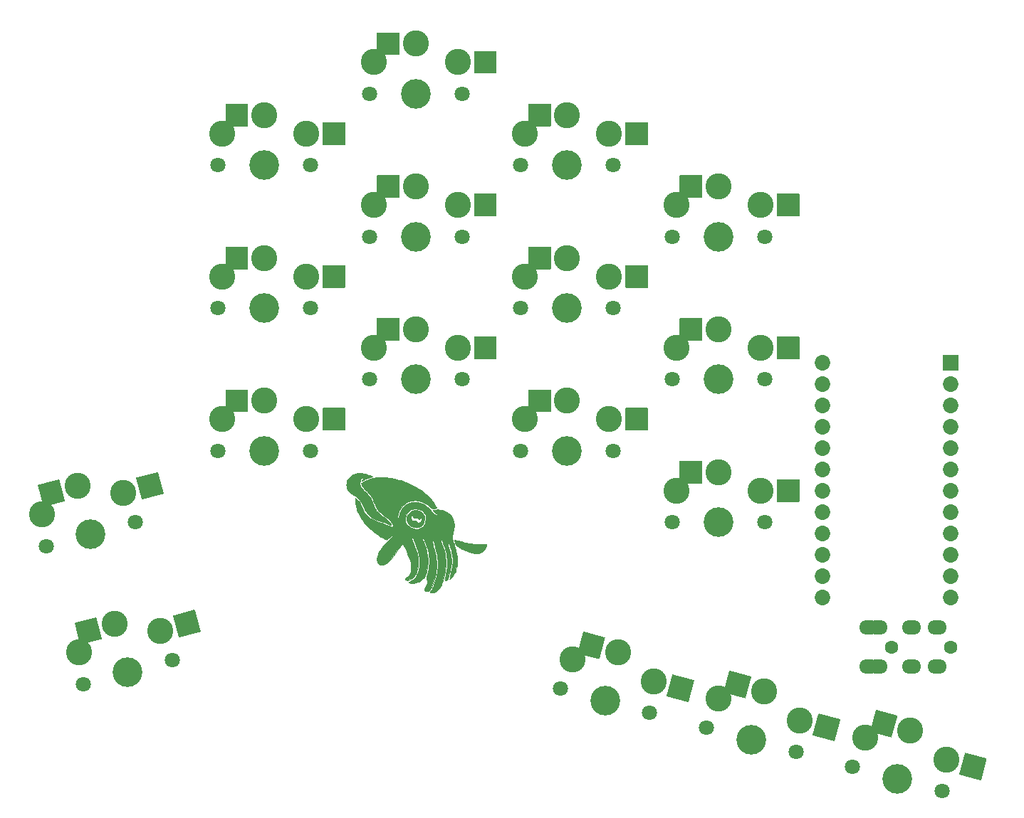
<source format=gbr>
%TF.GenerationSoftware,KiCad,Pcbnew,(5.1.9)-1*%
%TF.CreationDate,2021-04-26T16:03:13+02:00*%
%TF.ProjectId,sepia,73657069-612e-46b6-9963-61645f706362,VERSION_HERE*%
%TF.SameCoordinates,Original*%
%TF.FileFunction,Soldermask,Bot*%
%TF.FilePolarity,Negative*%
%FSLAX46Y46*%
G04 Gerber Fmt 4.6, Leading zero omitted, Abs format (unit mm)*
G04 Created by KiCad (PCBNEW (5.1.9)-1) date 2021-04-26 16:03:13*
%MOMM*%
%LPD*%
G01*
G04 APERTURE LIST*
%ADD10C,0.010000*%
%ADD11O,2.300000X1.700000*%
%ADD12C,1.600000*%
%ADD13C,1.852600*%
%ADD14C,1.801800*%
%ADD15C,3.100000*%
%ADD16C,3.529000*%
G04 APERTURE END LIST*
D10*
%TO.C,G\u002A\u002A\u002A*%
G36*
X80941929Y-82472785D02*
G01*
X80808435Y-82460697D01*
X80677786Y-82472699D01*
X80530260Y-82509447D01*
X80467849Y-82529315D01*
X80272800Y-82619916D01*
X80104426Y-82752518D01*
X79964830Y-82924660D01*
X79856117Y-83133882D01*
X79795581Y-83315659D01*
X79761340Y-83504721D01*
X79766654Y-83674870D01*
X79813868Y-83832749D01*
X79905325Y-83984996D01*
X80043366Y-84138253D01*
X80106201Y-84196086D01*
X80185689Y-84265428D01*
X80247848Y-84314458D01*
X80306016Y-84350112D01*
X80373533Y-84379320D01*
X80463738Y-84409019D01*
X80583852Y-84444367D01*
X80718508Y-84481966D01*
X80817608Y-84505214D01*
X80893686Y-84516121D01*
X80959280Y-84516698D01*
X81005723Y-84512025D01*
X81216461Y-84467971D01*
X81390897Y-84394921D01*
X81537214Y-84288410D01*
X81652623Y-84158905D01*
X81695230Y-84096740D01*
X81729553Y-84031570D01*
X81760706Y-83950733D01*
X81793802Y-83841564D01*
X81820298Y-83743653D01*
X81855689Y-83582317D01*
X81573653Y-83506746D01*
X81544079Y-83595010D01*
X81473226Y-83708688D01*
X81432805Y-83762142D01*
X81326388Y-83868219D01*
X81215467Y-83925811D01*
X81104723Y-83935010D01*
X80998842Y-83895911D01*
X80902506Y-83808607D01*
X80861740Y-83750759D01*
X80815893Y-83676516D01*
X80674149Y-83714822D01*
X80581575Y-83732859D01*
X80496678Y-83737887D01*
X80457205Y-83733194D01*
X80383273Y-83688932D01*
X80323731Y-83605452D01*
X80282683Y-83493283D01*
X80264231Y-83362956D01*
X80268847Y-83249874D01*
X80294926Y-83149220D01*
X80338594Y-83094123D01*
X80394729Y-83084696D01*
X80458212Y-83121057D01*
X80523921Y-83203318D01*
X80546841Y-83243630D01*
X80618401Y-83380113D01*
X80729604Y-83371490D01*
X80872062Y-83375448D01*
X80987843Y-83414947D01*
X81075680Y-83480027D01*
X81156520Y-83555914D01*
X81210838Y-83509668D01*
X81327726Y-83424615D01*
X81425746Y-83383935D01*
X81503492Y-83387901D01*
X81559565Y-83436779D01*
X81562714Y-83442014D01*
X81573653Y-83506746D01*
X81855689Y-83582317D01*
X81867043Y-83530553D01*
X81883724Y-83350750D01*
X81868945Y-83195596D01*
X81821309Y-83056448D01*
X81739417Y-82924661D01*
X81675490Y-82847989D01*
X81544523Y-82721223D01*
X81404361Y-82625619D01*
X81239883Y-82552287D01*
X81097989Y-82508302D01*
X80941929Y-82472785D01*
G37*
X80941929Y-82472785D02*
X80808435Y-82460697D01*
X80677786Y-82472699D01*
X80530260Y-82509447D01*
X80467849Y-82529315D01*
X80272800Y-82619916D01*
X80104426Y-82752518D01*
X79964830Y-82924660D01*
X79856117Y-83133882D01*
X79795581Y-83315659D01*
X79761340Y-83504721D01*
X79766654Y-83674870D01*
X79813868Y-83832749D01*
X79905325Y-83984996D01*
X80043366Y-84138253D01*
X80106201Y-84196086D01*
X80185689Y-84265428D01*
X80247848Y-84314458D01*
X80306016Y-84350112D01*
X80373533Y-84379320D01*
X80463738Y-84409019D01*
X80583852Y-84444367D01*
X80718508Y-84481966D01*
X80817608Y-84505214D01*
X80893686Y-84516121D01*
X80959280Y-84516698D01*
X81005723Y-84512025D01*
X81216461Y-84467971D01*
X81390897Y-84394921D01*
X81537214Y-84288410D01*
X81652623Y-84158905D01*
X81695230Y-84096740D01*
X81729553Y-84031570D01*
X81760706Y-83950733D01*
X81793802Y-83841564D01*
X81820298Y-83743653D01*
X81855689Y-83582317D01*
X81573653Y-83506746D01*
X81544079Y-83595010D01*
X81473226Y-83708688D01*
X81432805Y-83762142D01*
X81326388Y-83868219D01*
X81215467Y-83925811D01*
X81104723Y-83935010D01*
X80998842Y-83895911D01*
X80902506Y-83808607D01*
X80861740Y-83750759D01*
X80815893Y-83676516D01*
X80674149Y-83714822D01*
X80581575Y-83732859D01*
X80496678Y-83737887D01*
X80457205Y-83733194D01*
X80383273Y-83688932D01*
X80323731Y-83605452D01*
X80282683Y-83493283D01*
X80264231Y-83362956D01*
X80268847Y-83249874D01*
X80294926Y-83149220D01*
X80338594Y-83094123D01*
X80394729Y-83084696D01*
X80458212Y-83121057D01*
X80523921Y-83203318D01*
X80546841Y-83243630D01*
X80618401Y-83380113D01*
X80729604Y-83371490D01*
X80872062Y-83375448D01*
X80987843Y-83414947D01*
X81075680Y-83480027D01*
X81156520Y-83555914D01*
X81210838Y-83509668D01*
X81327726Y-83424615D01*
X81425746Y-83383935D01*
X81503492Y-83387901D01*
X81559565Y-83436779D01*
X81562714Y-83442014D01*
X81573653Y-83506746D01*
X81855689Y-83582317D01*
X81867043Y-83530553D01*
X81883724Y-83350750D01*
X81868945Y-83195596D01*
X81821309Y-83056448D01*
X81739417Y-82924661D01*
X81675490Y-82847989D01*
X81544523Y-82721223D01*
X81404361Y-82625619D01*
X81239883Y-82552287D01*
X81097989Y-82508302D01*
X80941929Y-82472785D01*
G36*
X74629881Y-78088476D02*
G01*
X74450076Y-78052006D01*
X74299981Y-78031108D01*
X74230449Y-78027202D01*
X73931983Y-78044980D01*
X73658901Y-78105546D01*
X73407525Y-78210557D01*
X73174171Y-78361662D01*
X72955159Y-78560518D01*
X72893344Y-78627872D01*
X72732099Y-78810356D01*
X72656180Y-79093690D01*
X72623774Y-79217162D01*
X72603838Y-79306432D01*
X72595341Y-79376274D01*
X72597250Y-79441458D01*
X72608534Y-79516757D01*
X72621838Y-79585300D01*
X72678606Y-79811099D01*
X72752144Y-79997057D01*
X72846307Y-80152467D01*
X72870221Y-80183538D01*
X72963536Y-80283853D01*
X73094029Y-80400798D01*
X73253618Y-80527932D01*
X73434225Y-80658809D01*
X73623963Y-80784581D01*
X73831679Y-80923597D01*
X74000437Y-81054993D01*
X74139354Y-81187560D01*
X74257547Y-81330089D01*
X74364133Y-81491372D01*
X74373722Y-81507539D01*
X74442139Y-81632603D01*
X74518485Y-81786239D01*
X74593559Y-81949195D01*
X74658160Y-82102216D01*
X74659628Y-82105915D01*
X74765265Y-82354323D01*
X74870770Y-82561717D01*
X74982228Y-82737503D01*
X75105726Y-82891081D01*
X75247346Y-83031860D01*
X75273980Y-83055475D01*
X75412431Y-83171309D01*
X75547754Y-83272435D01*
X75687469Y-83362651D01*
X75839087Y-83445754D01*
X76010125Y-83525542D01*
X76208100Y-83605811D01*
X76440526Y-83690361D01*
X76711760Y-83781948D01*
X77015948Y-83885781D01*
X77313868Y-83994642D01*
X77591052Y-84103070D01*
X77830825Y-84204617D01*
X77888528Y-84228269D01*
X77911532Y-84227541D01*
X77910951Y-84199995D01*
X77908195Y-84187655D01*
X77873316Y-84097845D01*
X77806430Y-83994234D01*
X77705578Y-83874862D01*
X77568799Y-83737770D01*
X77394134Y-83581000D01*
X77179620Y-83402592D01*
X76923299Y-83200586D01*
X76911195Y-83191252D01*
X76718361Y-83041633D01*
X76561544Y-82917072D01*
X76435679Y-82812751D01*
X76335697Y-82723852D01*
X76256531Y-82645557D01*
X76193115Y-82573044D01*
X76140380Y-82501499D01*
X76093260Y-82426100D01*
X76077448Y-82398429D01*
X76040114Y-82330779D01*
X76006371Y-82266263D01*
X75973078Y-82197687D01*
X75937093Y-82117855D01*
X75895276Y-82019572D01*
X75844483Y-81895643D01*
X75781574Y-81738873D01*
X75703407Y-81542068D01*
X75702168Y-81538941D01*
X75631072Y-81363744D01*
X75565034Y-81213557D01*
X75498971Y-81081059D01*
X75427801Y-80958929D01*
X75346441Y-80839850D01*
X75249809Y-80716501D01*
X75132821Y-80581562D01*
X74990395Y-80427714D01*
X74817449Y-80247638D01*
X74775675Y-80204672D01*
X74622698Y-80046097D01*
X74501906Y-79916480D01*
X74408891Y-79809546D01*
X74339242Y-79719019D01*
X74288550Y-79638626D01*
X74252405Y-79562088D01*
X74226398Y-79483132D01*
X74206119Y-79395482D01*
X74205742Y-79393606D01*
X74185911Y-79281770D01*
X74179798Y-79196321D01*
X74188003Y-79114565D01*
X74211117Y-79013816D01*
X74216208Y-78994535D01*
X74268215Y-78838844D01*
X74329918Y-78720956D01*
X74398455Y-78644536D01*
X74470968Y-78613245D01*
X74511320Y-78616548D01*
X74553761Y-78647737D01*
X74554428Y-78706630D01*
X74513403Y-78792153D01*
X74495451Y-78819294D01*
X74451819Y-78886276D01*
X74421928Y-78939591D01*
X74415487Y-78955428D01*
X74432712Y-78956849D01*
X74486122Y-78936695D01*
X74567722Y-78898470D01*
X74669516Y-78845674D01*
X74683984Y-78837830D01*
X74903599Y-78729761D01*
X75158607Y-78626196D01*
X75455190Y-78524733D01*
X75617142Y-78475180D01*
X75711354Y-78447302D01*
X75431200Y-78334950D01*
X75240054Y-78263752D01*
X75035620Y-78197103D01*
X74828645Y-78137759D01*
X74629881Y-78088476D01*
G37*
X74629881Y-78088476D02*
X74450076Y-78052006D01*
X74299981Y-78031108D01*
X74230449Y-78027202D01*
X73931983Y-78044980D01*
X73658901Y-78105546D01*
X73407525Y-78210557D01*
X73174171Y-78361662D01*
X72955159Y-78560518D01*
X72893344Y-78627872D01*
X72732099Y-78810356D01*
X72656180Y-79093690D01*
X72623774Y-79217162D01*
X72603838Y-79306432D01*
X72595341Y-79376274D01*
X72597250Y-79441458D01*
X72608534Y-79516757D01*
X72621838Y-79585300D01*
X72678606Y-79811099D01*
X72752144Y-79997057D01*
X72846307Y-80152467D01*
X72870221Y-80183538D01*
X72963536Y-80283853D01*
X73094029Y-80400798D01*
X73253618Y-80527932D01*
X73434225Y-80658809D01*
X73623963Y-80784581D01*
X73831679Y-80923597D01*
X74000437Y-81054993D01*
X74139354Y-81187560D01*
X74257547Y-81330089D01*
X74364133Y-81491372D01*
X74373722Y-81507539D01*
X74442139Y-81632603D01*
X74518485Y-81786239D01*
X74593559Y-81949195D01*
X74658160Y-82102216D01*
X74659628Y-82105915D01*
X74765265Y-82354323D01*
X74870770Y-82561717D01*
X74982228Y-82737503D01*
X75105726Y-82891081D01*
X75247346Y-83031860D01*
X75273980Y-83055475D01*
X75412431Y-83171309D01*
X75547754Y-83272435D01*
X75687469Y-83362651D01*
X75839087Y-83445754D01*
X76010125Y-83525542D01*
X76208100Y-83605811D01*
X76440526Y-83690361D01*
X76711760Y-83781948D01*
X77015948Y-83885781D01*
X77313868Y-83994642D01*
X77591052Y-84103070D01*
X77830825Y-84204617D01*
X77888528Y-84228269D01*
X77911532Y-84227541D01*
X77910951Y-84199995D01*
X77908195Y-84187655D01*
X77873316Y-84097845D01*
X77806430Y-83994234D01*
X77705578Y-83874862D01*
X77568799Y-83737770D01*
X77394134Y-83581000D01*
X77179620Y-83402592D01*
X76923299Y-83200586D01*
X76911195Y-83191252D01*
X76718361Y-83041633D01*
X76561544Y-82917072D01*
X76435679Y-82812751D01*
X76335697Y-82723852D01*
X76256531Y-82645557D01*
X76193115Y-82573044D01*
X76140380Y-82501499D01*
X76093260Y-82426100D01*
X76077448Y-82398429D01*
X76040114Y-82330779D01*
X76006371Y-82266263D01*
X75973078Y-82197687D01*
X75937093Y-82117855D01*
X75895276Y-82019572D01*
X75844483Y-81895643D01*
X75781574Y-81738873D01*
X75703407Y-81542068D01*
X75702168Y-81538941D01*
X75631072Y-81363744D01*
X75565034Y-81213557D01*
X75498971Y-81081059D01*
X75427801Y-80958929D01*
X75346441Y-80839850D01*
X75249809Y-80716501D01*
X75132821Y-80581562D01*
X74990395Y-80427714D01*
X74817449Y-80247638D01*
X74775675Y-80204672D01*
X74622698Y-80046097D01*
X74501906Y-79916480D01*
X74408891Y-79809546D01*
X74339242Y-79719019D01*
X74288550Y-79638626D01*
X74252405Y-79562088D01*
X74226398Y-79483132D01*
X74206119Y-79395482D01*
X74205742Y-79393606D01*
X74185911Y-79281770D01*
X74179798Y-79196321D01*
X74188003Y-79114565D01*
X74211117Y-79013816D01*
X74216208Y-78994535D01*
X74268215Y-78838844D01*
X74329918Y-78720956D01*
X74398455Y-78644536D01*
X74470968Y-78613245D01*
X74511320Y-78616548D01*
X74553761Y-78647737D01*
X74554428Y-78706630D01*
X74513403Y-78792153D01*
X74495451Y-78819294D01*
X74451819Y-78886276D01*
X74421928Y-78939591D01*
X74415487Y-78955428D01*
X74432712Y-78956849D01*
X74486122Y-78936695D01*
X74567722Y-78898470D01*
X74669516Y-78845674D01*
X74683984Y-78837830D01*
X74903599Y-78729761D01*
X75158607Y-78626196D01*
X75455190Y-78524733D01*
X75617142Y-78475180D01*
X75711354Y-78447302D01*
X75431200Y-78334950D01*
X75240054Y-78263752D01*
X75035620Y-78197103D01*
X74828645Y-78137759D01*
X74629881Y-78088476D01*
G36*
X89180515Y-86498159D02*
G01*
X89104034Y-86495891D01*
X88995913Y-86494356D01*
X88865733Y-86493717D01*
X88790395Y-86493799D01*
X88482787Y-86494246D01*
X88218026Y-86492893D01*
X87988163Y-86488833D01*
X87785254Y-86481162D01*
X87601354Y-86468972D01*
X87428515Y-86451358D01*
X87258792Y-86427414D01*
X87084238Y-86396234D01*
X86896907Y-86356912D01*
X86688854Y-86308542D01*
X86452131Y-86250218D01*
X86285791Y-86208231D01*
X85419336Y-85988399D01*
X85539124Y-86345101D01*
X85658913Y-86701803D01*
X85908814Y-86848680D01*
X86158508Y-86991923D01*
X86379868Y-87110141D01*
X86585334Y-87208614D01*
X86787340Y-87292625D01*
X86998322Y-87367457D01*
X87230719Y-87438389D01*
X87419806Y-87490416D01*
X87599747Y-87537236D01*
X87740826Y-87571185D01*
X87852800Y-87594119D01*
X87945427Y-87607889D01*
X88028464Y-87614350D01*
X88078124Y-87615492D01*
X88307860Y-87600596D01*
X88506691Y-87550893D01*
X88680173Y-87463007D01*
X88833857Y-87333557D01*
X88973297Y-87159163D01*
X89060150Y-87017934D01*
X89113207Y-86913236D01*
X89159659Y-86802726D01*
X89196495Y-86696404D01*
X89220704Y-86604265D01*
X89229277Y-86536308D01*
X89219205Y-86502532D01*
X89215776Y-86500998D01*
X89180515Y-86498159D01*
G37*
X89180515Y-86498159D02*
X89104034Y-86495891D01*
X88995913Y-86494356D01*
X88865733Y-86493717D01*
X88790395Y-86493799D01*
X88482787Y-86494246D01*
X88218026Y-86492893D01*
X87988163Y-86488833D01*
X87785254Y-86481162D01*
X87601354Y-86468972D01*
X87428515Y-86451358D01*
X87258792Y-86427414D01*
X87084238Y-86396234D01*
X86896907Y-86356912D01*
X86688854Y-86308542D01*
X86452131Y-86250218D01*
X86285791Y-86208231D01*
X85419336Y-85988399D01*
X85539124Y-86345101D01*
X85658913Y-86701803D01*
X85908814Y-86848680D01*
X86158508Y-86991923D01*
X86379868Y-87110141D01*
X86585334Y-87208614D01*
X86787340Y-87292625D01*
X86998322Y-87367457D01*
X87230719Y-87438389D01*
X87419806Y-87490416D01*
X87599747Y-87537236D01*
X87740826Y-87571185D01*
X87852800Y-87594119D01*
X87945427Y-87607889D01*
X88028464Y-87614350D01*
X88078124Y-87615492D01*
X88307860Y-87600596D01*
X88506691Y-87550893D01*
X88680173Y-87463007D01*
X88833857Y-87333557D01*
X88973297Y-87159163D01*
X89060150Y-87017934D01*
X89113207Y-86913236D01*
X89159659Y-86802726D01*
X89196495Y-86696404D01*
X89220704Y-86604265D01*
X89229277Y-86536308D01*
X89219205Y-86502532D01*
X89215776Y-86500998D01*
X89180515Y-86498159D01*
G36*
X78528846Y-78778068D02*
G01*
X78250719Y-78713480D01*
X77979827Y-78658193D01*
X77730633Y-78615628D01*
X77575653Y-78595094D01*
X77399678Y-78577677D01*
X77203687Y-78562036D01*
X76998451Y-78548688D01*
X76794741Y-78538152D01*
X76603328Y-78530945D01*
X76434983Y-78527583D01*
X76300477Y-78528584D01*
X76244799Y-78531184D01*
X76091802Y-78551963D01*
X75904461Y-78593429D01*
X75693030Y-78651953D01*
X75467765Y-78723905D01*
X75238925Y-78805656D01*
X75016763Y-78893576D01*
X74811538Y-78984035D01*
X74633505Y-79073406D01*
X74515053Y-79143297D01*
X74437963Y-79195220D01*
X74395028Y-79232413D01*
X74377105Y-79266711D01*
X74375052Y-79309950D01*
X74375934Y-79323384D01*
X74396252Y-79411761D01*
X74446730Y-79515937D01*
X74529711Y-79639219D01*
X74647536Y-79784912D01*
X74802547Y-79956322D01*
X74886469Y-80044186D01*
X75071098Y-80236059D01*
X75224288Y-80399246D01*
X75350822Y-80540680D01*
X75455483Y-80667294D01*
X75543056Y-80786020D01*
X75618321Y-80903792D01*
X75686062Y-81027543D01*
X75751061Y-81164203D01*
X75818102Y-81320709D01*
X75889798Y-81498517D01*
X75948670Y-81646795D01*
X76006169Y-81791348D01*
X76057527Y-81920204D01*
X76097973Y-82021387D01*
X76115785Y-82065738D01*
X76165171Y-82178113D01*
X76220820Y-82281259D01*
X76287427Y-82380124D01*
X76369690Y-82479657D01*
X76472302Y-82584808D01*
X76599962Y-82700524D01*
X76757362Y-82831752D01*
X76949199Y-82983442D01*
X77088172Y-83090457D01*
X77327129Y-83276708D01*
X77526399Y-83440376D01*
X77689705Y-83585262D01*
X77820774Y-83715164D01*
X77923328Y-83833883D01*
X78001090Y-83945220D01*
X78057789Y-84052973D01*
X78076522Y-84098891D01*
X78113748Y-84213396D01*
X78124617Y-84295154D01*
X78109021Y-84354911D01*
X78073528Y-84397645D01*
X78034770Y-84424667D01*
X77990368Y-84432103D01*
X77923349Y-84420946D01*
X77877624Y-84409134D01*
X77788998Y-84380934D01*
X77674516Y-84338799D01*
X77554348Y-84290287D01*
X77513748Y-84272791D01*
X77423567Y-84235730D01*
X77295569Y-84186697D01*
X77140223Y-84129519D01*
X76967991Y-84068020D01*
X76789344Y-84006024D01*
X76711399Y-83979573D01*
X76431637Y-83883730D01*
X76194304Y-83798296D01*
X75992876Y-83720108D01*
X75820825Y-83646007D01*
X75671629Y-83572829D01*
X75538761Y-83497412D01*
X75415696Y-83416595D01*
X75295910Y-83327217D01*
X75194685Y-83244585D01*
X75041753Y-83107201D01*
X74912912Y-82970118D01*
X74801241Y-82823208D01*
X74699819Y-82656341D01*
X74601724Y-82459389D01*
X74505903Y-82236645D01*
X74377980Y-81939754D01*
X74256743Y-81692435D01*
X74142331Y-81494947D01*
X74053582Y-81370226D01*
X74005423Y-81317481D01*
X73937433Y-81252099D01*
X73859215Y-81182189D01*
X73780372Y-81115858D01*
X73710507Y-81061213D01*
X73659223Y-81026360D01*
X73637000Y-81018548D01*
X73632366Y-81047248D01*
X73635150Y-81117801D01*
X73644236Y-81221985D01*
X73658512Y-81351573D01*
X73676860Y-81498343D01*
X73698167Y-81654069D01*
X73721318Y-81810528D01*
X73745199Y-81959495D01*
X73768695Y-82092745D01*
X73790689Y-82202056D01*
X73805902Y-82264732D01*
X73866746Y-82450783D01*
X73952845Y-82665015D01*
X74058148Y-82895604D01*
X74176603Y-83130727D01*
X74302157Y-83358559D01*
X74428757Y-83567277D01*
X74550352Y-83745055D01*
X74590668Y-83797857D01*
X74802954Y-84050692D01*
X75045613Y-84312943D01*
X75308967Y-84575606D01*
X75583339Y-84829676D01*
X75859055Y-85066148D01*
X76126435Y-85276017D01*
X76343803Y-85429330D01*
X76425169Y-85480228D01*
X76534550Y-85544474D01*
X76663351Y-85617449D01*
X76802980Y-85694532D01*
X76944843Y-85771105D01*
X77080343Y-85842550D01*
X77200890Y-85904247D01*
X77297887Y-85951576D01*
X77362741Y-85979918D01*
X77377208Y-85984761D01*
X77407510Y-85971861D01*
X77467187Y-85930103D01*
X77548578Y-85865392D01*
X77644016Y-85783639D01*
X77680970Y-85750601D01*
X77791486Y-85652219D01*
X77872308Y-85584734D01*
X77930083Y-85543553D01*
X77971461Y-85524085D01*
X78003095Y-85521733D01*
X78010136Y-85523249D01*
X78057972Y-85550780D01*
X78074451Y-85580765D01*
X78057657Y-85611266D01*
X78006426Y-85672654D01*
X77923880Y-85761609D01*
X77813140Y-85874813D01*
X77677326Y-86008946D01*
X77615241Y-86069102D01*
X77328590Y-86352316D01*
X77077312Y-86615000D01*
X76863036Y-86855311D01*
X76687389Y-87071409D01*
X76551999Y-87261453D01*
X76529967Y-87296060D01*
X76476673Y-87384762D01*
X76435097Y-87463956D01*
X76399985Y-87546758D01*
X76366085Y-87646280D01*
X76328140Y-87775636D01*
X76306417Y-87854116D01*
X76267486Y-87999450D01*
X76241356Y-88107810D01*
X76226241Y-88190880D01*
X76220351Y-88260346D01*
X76221899Y-88327893D01*
X76226237Y-88378170D01*
X76252985Y-88517655D01*
X76301389Y-88657603D01*
X76364305Y-88781316D01*
X76434587Y-88872097D01*
X76439593Y-88876782D01*
X76524074Y-88929176D01*
X76638918Y-88968989D01*
X76764310Y-88991579D01*
X76880438Y-88992305D01*
X76911549Y-88987345D01*
X77036763Y-88950182D01*
X77165988Y-88890029D01*
X77301411Y-88804657D01*
X77445218Y-88691840D01*
X77599594Y-88549353D01*
X77766727Y-88374968D01*
X77948804Y-88166459D01*
X78148007Y-87921600D01*
X78366526Y-87638164D01*
X78606546Y-87313925D01*
X78750837Y-87114153D01*
X78882217Y-86931216D01*
X78987607Y-86785643D01*
X79070398Y-86673351D01*
X79133980Y-86590262D01*
X79181747Y-86532295D01*
X79217086Y-86495374D01*
X79243390Y-86475416D01*
X79264050Y-86468342D01*
X79282457Y-86470073D01*
X79285504Y-86470920D01*
X79311130Y-86498283D01*
X79353283Y-86566683D01*
X79409244Y-86670142D01*
X79476301Y-86802681D01*
X79551736Y-86958321D01*
X79632835Y-87131087D01*
X79716880Y-87314997D01*
X79801157Y-87504075D01*
X79882950Y-87692343D01*
X79959544Y-87873822D01*
X80028221Y-88042533D01*
X80086268Y-88192501D01*
X80130968Y-88317744D01*
X80146678Y-88366644D01*
X80238893Y-88741479D01*
X80282456Y-89103554D01*
X80277434Y-89454495D01*
X80223892Y-89795927D01*
X80208348Y-89859440D01*
X80168293Y-90005799D01*
X80130176Y-90114087D01*
X80085597Y-90195974D01*
X80026159Y-90263125D01*
X79943462Y-90327208D01*
X79829109Y-90399891D01*
X79811707Y-90410442D01*
X79684420Y-90496386D01*
X79606124Y-90571687D01*
X79576545Y-90638083D01*
X79595403Y-90697307D01*
X79662423Y-90751096D01*
X79750905Y-90791523D01*
X79894080Y-90846017D01*
X80216302Y-90653784D01*
X80376733Y-90554195D01*
X80508221Y-90461159D01*
X80615772Y-90367245D01*
X80704393Y-90265026D01*
X80779090Y-90147074D01*
X80844871Y-90005960D01*
X80906741Y-89834254D01*
X80969707Y-89624531D01*
X81010703Y-89475087D01*
X81074989Y-89214291D01*
X81118400Y-88980984D01*
X81141130Y-88762570D01*
X81143368Y-88546450D01*
X81125308Y-88320029D01*
X81087139Y-88070709D01*
X81035893Y-87816973D01*
X80989711Y-87618609D01*
X80938054Y-87424184D01*
X80877999Y-87224807D01*
X80806630Y-87011584D01*
X80721025Y-86775625D01*
X80618264Y-86508039D01*
X80546952Y-86328092D01*
X80473682Y-86142009D01*
X80419728Y-85997893D01*
X80383677Y-85891336D01*
X80364113Y-85817925D01*
X80359621Y-85773251D01*
X80363970Y-85757754D01*
X80406324Y-85725113D01*
X80457554Y-85738284D01*
X80512435Y-85794278D01*
X80555093Y-85867147D01*
X80584220Y-85931113D01*
X80627830Y-86032114D01*
X80681640Y-86159978D01*
X80741365Y-86304533D01*
X80797710Y-86443171D01*
X80974526Y-86910689D01*
X81114764Y-87347367D01*
X81218722Y-87757307D01*
X81286698Y-88144610D01*
X81318988Y-88513382D01*
X81315891Y-88867723D01*
X81277700Y-89211736D01*
X81204716Y-89549524D01*
X81097233Y-89885189D01*
X81054768Y-89994891D01*
X80952959Y-90211760D01*
X80832119Y-90397199D01*
X80684455Y-90559696D01*
X80502173Y-90707740D01*
X80277479Y-90849815D01*
X80261337Y-90858979D01*
X80153243Y-90923162D01*
X80085100Y-90973302D01*
X80050551Y-91016238D01*
X80043238Y-91058811D01*
X80049299Y-91087089D01*
X80081665Y-91112161D01*
X80154958Y-91131236D01*
X80259562Y-91143485D01*
X80385864Y-91148071D01*
X80524256Y-91144162D01*
X80618288Y-91136444D01*
X80744348Y-91117376D01*
X80872266Y-91084851D01*
X81012150Y-91035277D01*
X81174110Y-90965066D01*
X81368258Y-90870625D01*
X81371878Y-90868799D01*
X81487772Y-90806587D01*
X81576193Y-90747452D01*
X81655123Y-90677193D01*
X81742543Y-90581614D01*
X81757276Y-90564478D01*
X81839387Y-90465115D01*
X81896538Y-90384372D01*
X81939120Y-90304385D01*
X81977525Y-90207291D01*
X81995851Y-90154328D01*
X82042989Y-89999201D01*
X82091865Y-89811040D01*
X82139808Y-89602963D01*
X82184142Y-89388089D01*
X82222196Y-89179537D01*
X82251296Y-88990426D01*
X82268768Y-88833873D01*
X82270790Y-88805054D01*
X82274045Y-88360312D01*
X82232157Y-87899582D01*
X82146171Y-87428029D01*
X82017131Y-86950819D01*
X81846083Y-86473114D01*
X81756147Y-86260405D01*
X81690651Y-86105289D01*
X81650000Y-85989965D01*
X81633414Y-85910365D01*
X81640109Y-85862417D01*
X81669305Y-85842054D01*
X81675594Y-85841126D01*
X81727491Y-85852901D01*
X81780781Y-85901978D01*
X81839440Y-85992898D01*
X81882948Y-86077868D01*
X82040540Y-86432030D01*
X82168561Y-86781567D01*
X82272894Y-87144509D01*
X82359008Y-87536716D01*
X82416799Y-87881854D01*
X82452190Y-88205478D01*
X82464657Y-88517735D01*
X82453675Y-88828775D01*
X82418720Y-89148740D01*
X82359266Y-89487779D01*
X82274787Y-89856037D01*
X82230154Y-90027701D01*
X82113176Y-90464350D01*
X82162945Y-90667590D01*
X82198238Y-90898491D01*
X82195435Y-91049776D01*
X82186142Y-91129191D01*
X82172575Y-91197135D01*
X82150325Y-91266228D01*
X82114979Y-91349083D01*
X82062126Y-91458317D01*
X82030704Y-91520928D01*
X81959884Y-91663044D01*
X81910324Y-91768474D01*
X81879367Y-91845345D01*
X81864350Y-91901783D01*
X81862613Y-91945917D01*
X81871496Y-91985876D01*
X81875110Y-91996289D01*
X81896836Y-92036336D01*
X81935636Y-92063833D01*
X82005680Y-92087406D01*
X82039030Y-92096033D01*
X82154631Y-92122213D01*
X82236755Y-92129310D01*
X82300562Y-92112903D01*
X82361215Y-92068572D01*
X82433871Y-91991897D01*
X82446951Y-91977096D01*
X82567602Y-91821606D01*
X82678201Y-91638908D01*
X82781054Y-91423862D01*
X82878462Y-91171325D01*
X82972727Y-90876157D01*
X83027622Y-90680602D01*
X83123726Y-90300468D01*
X83199419Y-89945515D01*
X83254510Y-89608735D01*
X83288803Y-89283121D01*
X83302108Y-88961663D01*
X83294229Y-88637353D01*
X83264973Y-88303183D01*
X83214147Y-87952145D01*
X83141558Y-87577229D01*
X83047012Y-87171429D01*
X82930315Y-86727736D01*
X82917229Y-86680324D01*
X82870770Y-86507751D01*
X82831730Y-86353039D01*
X82801647Y-86223024D01*
X82782058Y-86124552D01*
X82774500Y-86064462D01*
X82775787Y-86050765D01*
X82812460Y-86014922D01*
X82864426Y-86014905D01*
X82913501Y-86048330D01*
X82928371Y-86070769D01*
X82951480Y-86128675D01*
X82984177Y-86228355D01*
X83024410Y-86362132D01*
X83070129Y-86522328D01*
X83119285Y-86701269D01*
X83169827Y-86891278D01*
X83219704Y-87084680D01*
X83266867Y-87273796D01*
X83309266Y-87450954D01*
X83344851Y-87608473D01*
X83365548Y-87707663D01*
X83434887Y-88114065D01*
X83475705Y-88499759D01*
X83488578Y-88881010D01*
X83474090Y-89274083D01*
X83435620Y-89672345D01*
X83417240Y-89784971D01*
X83384031Y-89943431D01*
X83336598Y-90145157D01*
X83275545Y-90387583D01*
X83201475Y-90668142D01*
X83199856Y-90674160D01*
X83127686Y-90937925D01*
X83064215Y-91158627D01*
X83006839Y-91342728D01*
X82952956Y-91496690D01*
X82899963Y-91626977D01*
X82845257Y-91740053D01*
X82786235Y-91842378D01*
X82720296Y-91940419D01*
X82654533Y-92028209D01*
X82580631Y-92126990D01*
X82538674Y-92195266D01*
X82526684Y-92240352D01*
X82542685Y-92269561D01*
X82583826Y-92289900D01*
X82649345Y-92301147D01*
X82740755Y-92303203D01*
X82804933Y-92298892D01*
X82968631Y-92258639D01*
X83140869Y-92175115D01*
X83313782Y-92053129D01*
X83479504Y-91897486D01*
X83502168Y-91872745D01*
X83615529Y-91741438D01*
X83712024Y-91616060D01*
X83795250Y-91488981D01*
X83868802Y-91352572D01*
X83936272Y-91199204D01*
X84001256Y-91021247D01*
X84067350Y-90811070D01*
X84138148Y-90561046D01*
X84162328Y-90471582D01*
X84227257Y-90222154D01*
X84277867Y-90008044D01*
X84316033Y-89816414D01*
X84343625Y-89634433D01*
X84362517Y-89449264D01*
X84374583Y-89248074D01*
X84381694Y-89018028D01*
X84382811Y-88960481D01*
X84379385Y-88499555D01*
X84350494Y-88072442D01*
X84293965Y-87667809D01*
X84207620Y-87274321D01*
X84089284Y-86880644D01*
X83936783Y-86475444D01*
X83879876Y-86340254D01*
X83827093Y-86212872D01*
X83795506Y-86123072D01*
X83783021Y-86063284D01*
X83787552Y-86025941D01*
X83791162Y-86019124D01*
X83828857Y-85988511D01*
X83884100Y-85997785D01*
X83927074Y-86036074D01*
X83979929Y-86117117D01*
X84040207Y-86234388D01*
X84105450Y-86381363D01*
X84173201Y-86551514D01*
X84241000Y-86738318D01*
X84306391Y-86935247D01*
X84366915Y-87135779D01*
X84420114Y-87333387D01*
X84463530Y-87521546D01*
X84469930Y-87552971D01*
X84530492Y-87941888D01*
X84565295Y-88361883D01*
X84574626Y-88800416D01*
X84558776Y-89244950D01*
X84518035Y-89682950D01*
X84452691Y-90101879D01*
X84405990Y-90321228D01*
X84369027Y-90479547D01*
X84343217Y-90596069D01*
X84327600Y-90678331D01*
X84321223Y-90733873D01*
X84323125Y-90770233D01*
X84332349Y-90794950D01*
X84343823Y-90810768D01*
X84383029Y-90850213D01*
X84419594Y-90860990D01*
X84465298Y-90840738D01*
X84531917Y-90787096D01*
X84552342Y-90768977D01*
X84668617Y-90664978D01*
X84835995Y-89931667D01*
X84880581Y-89733421D01*
X84922830Y-89540088D01*
X84960935Y-89360375D01*
X84993085Y-89202985D01*
X85017469Y-89076625D01*
X85032278Y-88990000D01*
X85033301Y-88982861D01*
X85057413Y-88757886D01*
X85065660Y-88535036D01*
X85057121Y-88306868D01*
X85030871Y-88065943D01*
X84985988Y-87804818D01*
X84921549Y-87516052D01*
X84836631Y-87192204D01*
X84791424Y-87032814D01*
X84740517Y-86854819D01*
X84703437Y-86719135D01*
X84679063Y-86619525D01*
X84666272Y-86549749D01*
X84663946Y-86503569D01*
X84670962Y-86474745D01*
X84686201Y-86457039D01*
X84687776Y-86455892D01*
X84722450Y-86437842D01*
X84754549Y-86438121D01*
X84785874Y-86460685D01*
X84818218Y-86509491D01*
X84853380Y-86588495D01*
X84893156Y-86701657D01*
X84939343Y-86852930D01*
X84993737Y-87046275D01*
X85049071Y-87251550D01*
X85117100Y-87516940D01*
X85171620Y-87756401D01*
X85212486Y-87977054D01*
X85239559Y-88186019D01*
X85252692Y-88390417D01*
X85251745Y-88597368D01*
X85236573Y-88813993D01*
X85207034Y-89047412D01*
X85162985Y-89304746D01*
X85104282Y-89593114D01*
X85030783Y-89919639D01*
X84992189Y-90083676D01*
X84942716Y-90295735D01*
X84906338Y-90460712D01*
X84882691Y-90580512D01*
X84871412Y-90657038D01*
X84872140Y-90692195D01*
X84875694Y-90695101D01*
X84933350Y-90671327D01*
X85008193Y-90608271D01*
X85095304Y-90512388D01*
X85189765Y-90390135D01*
X85286653Y-90247965D01*
X85381054Y-90092335D01*
X85468044Y-89929700D01*
X85484416Y-89896286D01*
X85565379Y-89703157D01*
X85638782Y-89480714D01*
X85700516Y-89245458D01*
X85746478Y-89013890D01*
X85772562Y-88802511D01*
X85776646Y-88721859D01*
X85774487Y-88355716D01*
X85749525Y-88003608D01*
X85699844Y-87653744D01*
X85623532Y-87294332D01*
X85518673Y-86913583D01*
X85445765Y-86683604D01*
X85391368Y-86518447D01*
X85339253Y-86359494D01*
X85292658Y-86216676D01*
X85254820Y-86099923D01*
X85228977Y-86019164D01*
X85225049Y-86006655D01*
X85197519Y-85902761D01*
X85181510Y-85797963D01*
X85177515Y-85684166D01*
X85186025Y-85553275D01*
X85207534Y-85397192D01*
X85242534Y-85207823D01*
X85286237Y-85001049D01*
X85335019Y-84772946D01*
X85342151Y-84736159D01*
X81994912Y-83839270D01*
X81937688Y-84016086D01*
X81893510Y-84119327D01*
X81776258Y-84307885D01*
X81626302Y-84461296D01*
X81448865Y-84578203D01*
X81249174Y-84657251D01*
X81032453Y-84697084D01*
X80803928Y-84696346D01*
X80568824Y-84653682D01*
X80332367Y-84567737D01*
X80273982Y-84539497D01*
X80082662Y-84421690D01*
X79908534Y-84275209D01*
X79764853Y-84112102D01*
X79705292Y-84022549D01*
X79616878Y-83838806D01*
X79571692Y-83656788D01*
X79569414Y-83468437D01*
X79609722Y-83265694D01*
X79668337Y-83097777D01*
X79784369Y-82859994D01*
X79924495Y-82665634D01*
X80091257Y-82512115D01*
X80287200Y-82396857D01*
X80405640Y-82349755D01*
X80563899Y-82300813D01*
X80697880Y-82273960D01*
X80824341Y-82268832D01*
X80960041Y-82285065D01*
X81121734Y-82322296D01*
X81162653Y-82333321D01*
X81294388Y-82371064D01*
X81390974Y-82403904D01*
X81466821Y-82438089D01*
X81536342Y-82479865D01*
X81592853Y-82519831D01*
X81762481Y-82666013D01*
X81901195Y-82829481D01*
X82002475Y-83001249D01*
X82057237Y-83160013D01*
X82071428Y-83297586D01*
X82064175Y-83466000D01*
X82037872Y-83651234D01*
X81994912Y-83839270D01*
X85342151Y-84736159D01*
X85371387Y-84585329D01*
X85395814Y-84429545D01*
X85408780Y-84296944D01*
X85410765Y-84178872D01*
X85402244Y-84066681D01*
X85383696Y-83951717D01*
X85355600Y-83825331D01*
X85352001Y-83810583D01*
X85277541Y-83566561D01*
X85178694Y-83353548D01*
X85048158Y-83159657D01*
X84878633Y-82973005D01*
X84782613Y-82883689D01*
X84633145Y-82758011D01*
X84494130Y-82659649D01*
X84353734Y-82583289D01*
X84200121Y-82523615D01*
X84021457Y-82475311D01*
X83805906Y-82433061D01*
X83763337Y-82425864D01*
X83622219Y-82403168D01*
X83516608Y-82389366D01*
X83432010Y-82384369D01*
X83353934Y-82388089D01*
X83267887Y-82400436D01*
X83159376Y-82421320D01*
X83155375Y-82422127D01*
X82891236Y-82475464D01*
X82977552Y-82587402D01*
X83066024Y-82690121D01*
X83160604Y-82770710D01*
X83279352Y-82843545D01*
X83336369Y-82873081D01*
X83425008Y-82925931D01*
X83467050Y-82974883D01*
X83465857Y-83025253D01*
X83449952Y-83052831D01*
X83427470Y-83069700D01*
X83388275Y-83069870D01*
X83320678Y-83052120D01*
X83264890Y-83033491D01*
X83154528Y-82988705D01*
X83057965Y-82932460D01*
X82966176Y-82857034D01*
X82870136Y-82754711D01*
X82760823Y-82617768D01*
X82728371Y-82574542D01*
X82551321Y-82355869D01*
X82365517Y-82167934D01*
X82160817Y-82002675D01*
X81927077Y-81852035D01*
X81654154Y-81707952D01*
X81612692Y-81688060D01*
X81362031Y-81583776D01*
X81122585Y-81517209D01*
X80882026Y-81486925D01*
X80628029Y-81491486D01*
X80348267Y-81529456D01*
X80311194Y-81536417D01*
X80093732Y-81588466D01*
X79906670Y-81657953D01*
X79738407Y-81751721D01*
X79577342Y-81876603D01*
X79411875Y-82039440D01*
X79358555Y-82097931D01*
X79252939Y-82219542D01*
X79169156Y-82326424D01*
X79101453Y-82429466D01*
X79044078Y-82539553D01*
X78991277Y-82667572D01*
X78937297Y-82824409D01*
X78883839Y-82996275D01*
X78835826Y-83154229D01*
X78799632Y-83269959D01*
X78772453Y-83349889D01*
X78751480Y-83400446D01*
X78733909Y-83428052D01*
X78716934Y-83439133D01*
X78697749Y-83440114D01*
X78690353Y-83439304D01*
X78653389Y-83424756D01*
X78632331Y-83388443D01*
X78627346Y-83325035D01*
X78638603Y-83229203D01*
X78666267Y-83095616D01*
X78706164Y-82935519D01*
X78753315Y-82764472D01*
X78796258Y-82631458D01*
X78839306Y-82524430D01*
X78886599Y-82431650D01*
X79003817Y-82247708D01*
X79144825Y-82063350D01*
X79301003Y-81887461D01*
X79463727Y-81728934D01*
X79624378Y-81596654D01*
X79774333Y-81499511D01*
X79806924Y-81482821D01*
X79911190Y-81442271D01*
X80051572Y-81401213D01*
X80213521Y-81362807D01*
X80382484Y-81330209D01*
X80543911Y-81306577D01*
X80669424Y-81295646D01*
X80868808Y-81294291D01*
X81056489Y-81311936D01*
X81243726Y-81351326D01*
X81441775Y-81415207D01*
X81661895Y-81506327D01*
X81802872Y-81572140D01*
X82072120Y-81715543D01*
X82312136Y-81874746D01*
X82539509Y-82061667D01*
X82705067Y-82220476D01*
X82787943Y-82304314D01*
X83044343Y-82252276D01*
X83300744Y-82200237D01*
X83231771Y-82051903D01*
X83166132Y-81924150D01*
X83076793Y-81769096D01*
X82971726Y-81599159D01*
X82858906Y-81426753D01*
X82746306Y-81264295D01*
X82641899Y-81124202D01*
X82611787Y-81086450D01*
X82497773Y-80957848D01*
X82351210Y-80809838D01*
X82181888Y-80651084D01*
X81999594Y-80490251D01*
X81814118Y-80336007D01*
X81635247Y-80197018D01*
X81490912Y-80094095D01*
X81147382Y-79877254D01*
X80761680Y-79661180D01*
X80342319Y-79450074D01*
X79897812Y-79248140D01*
X79436669Y-79059583D01*
X79262020Y-78993487D01*
X79048959Y-78921488D01*
X78799747Y-78848544D01*
X78528846Y-78778068D01*
G37*
X78528846Y-78778068D02*
X78250719Y-78713480D01*
X77979827Y-78658193D01*
X77730633Y-78615628D01*
X77575653Y-78595094D01*
X77399678Y-78577677D01*
X77203687Y-78562036D01*
X76998451Y-78548688D01*
X76794741Y-78538152D01*
X76603328Y-78530945D01*
X76434983Y-78527583D01*
X76300477Y-78528584D01*
X76244799Y-78531184D01*
X76091802Y-78551963D01*
X75904461Y-78593429D01*
X75693030Y-78651953D01*
X75467765Y-78723905D01*
X75238925Y-78805656D01*
X75016763Y-78893576D01*
X74811538Y-78984035D01*
X74633505Y-79073406D01*
X74515053Y-79143297D01*
X74437963Y-79195220D01*
X74395028Y-79232413D01*
X74377105Y-79266711D01*
X74375052Y-79309950D01*
X74375934Y-79323384D01*
X74396252Y-79411761D01*
X74446730Y-79515937D01*
X74529711Y-79639219D01*
X74647536Y-79784912D01*
X74802547Y-79956322D01*
X74886469Y-80044186D01*
X75071098Y-80236059D01*
X75224288Y-80399246D01*
X75350822Y-80540680D01*
X75455483Y-80667294D01*
X75543056Y-80786020D01*
X75618321Y-80903792D01*
X75686062Y-81027543D01*
X75751061Y-81164203D01*
X75818102Y-81320709D01*
X75889798Y-81498517D01*
X75948670Y-81646795D01*
X76006169Y-81791348D01*
X76057527Y-81920204D01*
X76097973Y-82021387D01*
X76115785Y-82065738D01*
X76165171Y-82178113D01*
X76220820Y-82281259D01*
X76287427Y-82380124D01*
X76369690Y-82479657D01*
X76472302Y-82584808D01*
X76599962Y-82700524D01*
X76757362Y-82831752D01*
X76949199Y-82983442D01*
X77088172Y-83090457D01*
X77327129Y-83276708D01*
X77526399Y-83440376D01*
X77689705Y-83585262D01*
X77820774Y-83715164D01*
X77923328Y-83833883D01*
X78001090Y-83945220D01*
X78057789Y-84052973D01*
X78076522Y-84098891D01*
X78113748Y-84213396D01*
X78124617Y-84295154D01*
X78109021Y-84354911D01*
X78073528Y-84397645D01*
X78034770Y-84424667D01*
X77990368Y-84432103D01*
X77923349Y-84420946D01*
X77877624Y-84409134D01*
X77788998Y-84380934D01*
X77674516Y-84338799D01*
X77554348Y-84290287D01*
X77513748Y-84272791D01*
X77423567Y-84235730D01*
X77295569Y-84186697D01*
X77140223Y-84129519D01*
X76967991Y-84068020D01*
X76789344Y-84006024D01*
X76711399Y-83979573D01*
X76431637Y-83883730D01*
X76194304Y-83798296D01*
X75992876Y-83720108D01*
X75820825Y-83646007D01*
X75671629Y-83572829D01*
X75538761Y-83497412D01*
X75415696Y-83416595D01*
X75295910Y-83327217D01*
X75194685Y-83244585D01*
X75041753Y-83107201D01*
X74912912Y-82970118D01*
X74801241Y-82823208D01*
X74699819Y-82656341D01*
X74601724Y-82459389D01*
X74505903Y-82236645D01*
X74377980Y-81939754D01*
X74256743Y-81692435D01*
X74142331Y-81494947D01*
X74053582Y-81370226D01*
X74005423Y-81317481D01*
X73937433Y-81252099D01*
X73859215Y-81182189D01*
X73780372Y-81115858D01*
X73710507Y-81061213D01*
X73659223Y-81026360D01*
X73637000Y-81018548D01*
X73632366Y-81047248D01*
X73635150Y-81117801D01*
X73644236Y-81221985D01*
X73658512Y-81351573D01*
X73676860Y-81498343D01*
X73698167Y-81654069D01*
X73721318Y-81810528D01*
X73745199Y-81959495D01*
X73768695Y-82092745D01*
X73790689Y-82202056D01*
X73805902Y-82264732D01*
X73866746Y-82450783D01*
X73952845Y-82665015D01*
X74058148Y-82895604D01*
X74176603Y-83130727D01*
X74302157Y-83358559D01*
X74428757Y-83567277D01*
X74550352Y-83745055D01*
X74590668Y-83797857D01*
X74802954Y-84050692D01*
X75045613Y-84312943D01*
X75308967Y-84575606D01*
X75583339Y-84829676D01*
X75859055Y-85066148D01*
X76126435Y-85276017D01*
X76343803Y-85429330D01*
X76425169Y-85480228D01*
X76534550Y-85544474D01*
X76663351Y-85617449D01*
X76802980Y-85694532D01*
X76944843Y-85771105D01*
X77080343Y-85842550D01*
X77200890Y-85904247D01*
X77297887Y-85951576D01*
X77362741Y-85979918D01*
X77377208Y-85984761D01*
X77407510Y-85971861D01*
X77467187Y-85930103D01*
X77548578Y-85865392D01*
X77644016Y-85783639D01*
X77680970Y-85750601D01*
X77791486Y-85652219D01*
X77872308Y-85584734D01*
X77930083Y-85543553D01*
X77971461Y-85524085D01*
X78003095Y-85521733D01*
X78010136Y-85523249D01*
X78057972Y-85550780D01*
X78074451Y-85580765D01*
X78057657Y-85611266D01*
X78006426Y-85672654D01*
X77923880Y-85761609D01*
X77813140Y-85874813D01*
X77677326Y-86008946D01*
X77615241Y-86069102D01*
X77328590Y-86352316D01*
X77077312Y-86615000D01*
X76863036Y-86855311D01*
X76687389Y-87071409D01*
X76551999Y-87261453D01*
X76529967Y-87296060D01*
X76476673Y-87384762D01*
X76435097Y-87463956D01*
X76399985Y-87546758D01*
X76366085Y-87646280D01*
X76328140Y-87775636D01*
X76306417Y-87854116D01*
X76267486Y-87999450D01*
X76241356Y-88107810D01*
X76226241Y-88190880D01*
X76220351Y-88260346D01*
X76221899Y-88327893D01*
X76226237Y-88378170D01*
X76252985Y-88517655D01*
X76301389Y-88657603D01*
X76364305Y-88781316D01*
X76434587Y-88872097D01*
X76439593Y-88876782D01*
X76524074Y-88929176D01*
X76638918Y-88968989D01*
X76764310Y-88991579D01*
X76880438Y-88992305D01*
X76911549Y-88987345D01*
X77036763Y-88950182D01*
X77165988Y-88890029D01*
X77301411Y-88804657D01*
X77445218Y-88691840D01*
X77599594Y-88549353D01*
X77766727Y-88374968D01*
X77948804Y-88166459D01*
X78148007Y-87921600D01*
X78366526Y-87638164D01*
X78606546Y-87313925D01*
X78750837Y-87114153D01*
X78882217Y-86931216D01*
X78987607Y-86785643D01*
X79070398Y-86673351D01*
X79133980Y-86590262D01*
X79181747Y-86532295D01*
X79217086Y-86495374D01*
X79243390Y-86475416D01*
X79264050Y-86468342D01*
X79282457Y-86470073D01*
X79285504Y-86470920D01*
X79311130Y-86498283D01*
X79353283Y-86566683D01*
X79409244Y-86670142D01*
X79476301Y-86802681D01*
X79551736Y-86958321D01*
X79632835Y-87131087D01*
X79716880Y-87314997D01*
X79801157Y-87504075D01*
X79882950Y-87692343D01*
X79959544Y-87873822D01*
X80028221Y-88042533D01*
X80086268Y-88192501D01*
X80130968Y-88317744D01*
X80146678Y-88366644D01*
X80238893Y-88741479D01*
X80282456Y-89103554D01*
X80277434Y-89454495D01*
X80223892Y-89795927D01*
X80208348Y-89859440D01*
X80168293Y-90005799D01*
X80130176Y-90114087D01*
X80085597Y-90195974D01*
X80026159Y-90263125D01*
X79943462Y-90327208D01*
X79829109Y-90399891D01*
X79811707Y-90410442D01*
X79684420Y-90496386D01*
X79606124Y-90571687D01*
X79576545Y-90638083D01*
X79595403Y-90697307D01*
X79662423Y-90751096D01*
X79750905Y-90791523D01*
X79894080Y-90846017D01*
X80216302Y-90653784D01*
X80376733Y-90554195D01*
X80508221Y-90461159D01*
X80615772Y-90367245D01*
X80704393Y-90265026D01*
X80779090Y-90147074D01*
X80844871Y-90005960D01*
X80906741Y-89834254D01*
X80969707Y-89624531D01*
X81010703Y-89475087D01*
X81074989Y-89214291D01*
X81118400Y-88980984D01*
X81141130Y-88762570D01*
X81143368Y-88546450D01*
X81125308Y-88320029D01*
X81087139Y-88070709D01*
X81035893Y-87816973D01*
X80989711Y-87618609D01*
X80938054Y-87424184D01*
X80877999Y-87224807D01*
X80806630Y-87011584D01*
X80721025Y-86775625D01*
X80618264Y-86508039D01*
X80546952Y-86328092D01*
X80473682Y-86142009D01*
X80419728Y-85997893D01*
X80383677Y-85891336D01*
X80364113Y-85817925D01*
X80359621Y-85773251D01*
X80363970Y-85757754D01*
X80406324Y-85725113D01*
X80457554Y-85738284D01*
X80512435Y-85794278D01*
X80555093Y-85867147D01*
X80584220Y-85931113D01*
X80627830Y-86032114D01*
X80681640Y-86159978D01*
X80741365Y-86304533D01*
X80797710Y-86443171D01*
X80974526Y-86910689D01*
X81114764Y-87347367D01*
X81218722Y-87757307D01*
X81286698Y-88144610D01*
X81318988Y-88513382D01*
X81315891Y-88867723D01*
X81277700Y-89211736D01*
X81204716Y-89549524D01*
X81097233Y-89885189D01*
X81054768Y-89994891D01*
X80952959Y-90211760D01*
X80832119Y-90397199D01*
X80684455Y-90559696D01*
X80502173Y-90707740D01*
X80277479Y-90849815D01*
X80261337Y-90858979D01*
X80153243Y-90923162D01*
X80085100Y-90973302D01*
X80050551Y-91016238D01*
X80043238Y-91058811D01*
X80049299Y-91087089D01*
X80081665Y-91112161D01*
X80154958Y-91131236D01*
X80259562Y-91143485D01*
X80385864Y-91148071D01*
X80524256Y-91144162D01*
X80618288Y-91136444D01*
X80744348Y-91117376D01*
X80872266Y-91084851D01*
X81012150Y-91035277D01*
X81174110Y-90965066D01*
X81368258Y-90870625D01*
X81371878Y-90868799D01*
X81487772Y-90806587D01*
X81576193Y-90747452D01*
X81655123Y-90677193D01*
X81742543Y-90581614D01*
X81757276Y-90564478D01*
X81839387Y-90465115D01*
X81896538Y-90384372D01*
X81939120Y-90304385D01*
X81977525Y-90207291D01*
X81995851Y-90154328D01*
X82042989Y-89999201D01*
X82091865Y-89811040D01*
X82139808Y-89602963D01*
X82184142Y-89388089D01*
X82222196Y-89179537D01*
X82251296Y-88990426D01*
X82268768Y-88833873D01*
X82270790Y-88805054D01*
X82274045Y-88360312D01*
X82232157Y-87899582D01*
X82146171Y-87428029D01*
X82017131Y-86950819D01*
X81846083Y-86473114D01*
X81756147Y-86260405D01*
X81690651Y-86105289D01*
X81650000Y-85989965D01*
X81633414Y-85910365D01*
X81640109Y-85862417D01*
X81669305Y-85842054D01*
X81675594Y-85841126D01*
X81727491Y-85852901D01*
X81780781Y-85901978D01*
X81839440Y-85992898D01*
X81882948Y-86077868D01*
X82040540Y-86432030D01*
X82168561Y-86781567D01*
X82272894Y-87144509D01*
X82359008Y-87536716D01*
X82416799Y-87881854D01*
X82452190Y-88205478D01*
X82464657Y-88517735D01*
X82453675Y-88828775D01*
X82418720Y-89148740D01*
X82359266Y-89487779D01*
X82274787Y-89856037D01*
X82230154Y-90027701D01*
X82113176Y-90464350D01*
X82162945Y-90667590D01*
X82198238Y-90898491D01*
X82195435Y-91049776D01*
X82186142Y-91129191D01*
X82172575Y-91197135D01*
X82150325Y-91266228D01*
X82114979Y-91349083D01*
X82062126Y-91458317D01*
X82030704Y-91520928D01*
X81959884Y-91663044D01*
X81910324Y-91768474D01*
X81879367Y-91845345D01*
X81864350Y-91901783D01*
X81862613Y-91945917D01*
X81871496Y-91985876D01*
X81875110Y-91996289D01*
X81896836Y-92036336D01*
X81935636Y-92063833D01*
X82005680Y-92087406D01*
X82039030Y-92096033D01*
X82154631Y-92122213D01*
X82236755Y-92129310D01*
X82300562Y-92112903D01*
X82361215Y-92068572D01*
X82433871Y-91991897D01*
X82446951Y-91977096D01*
X82567602Y-91821606D01*
X82678201Y-91638908D01*
X82781054Y-91423862D01*
X82878462Y-91171325D01*
X82972727Y-90876157D01*
X83027622Y-90680602D01*
X83123726Y-90300468D01*
X83199419Y-89945515D01*
X83254510Y-89608735D01*
X83288803Y-89283121D01*
X83302108Y-88961663D01*
X83294229Y-88637353D01*
X83264973Y-88303183D01*
X83214147Y-87952145D01*
X83141558Y-87577229D01*
X83047012Y-87171429D01*
X82930315Y-86727736D01*
X82917229Y-86680324D01*
X82870770Y-86507751D01*
X82831730Y-86353039D01*
X82801647Y-86223024D01*
X82782058Y-86124552D01*
X82774500Y-86064462D01*
X82775787Y-86050765D01*
X82812460Y-86014922D01*
X82864426Y-86014905D01*
X82913501Y-86048330D01*
X82928371Y-86070769D01*
X82951480Y-86128675D01*
X82984177Y-86228355D01*
X83024410Y-86362132D01*
X83070129Y-86522328D01*
X83119285Y-86701269D01*
X83169827Y-86891278D01*
X83219704Y-87084680D01*
X83266867Y-87273796D01*
X83309266Y-87450954D01*
X83344851Y-87608473D01*
X83365548Y-87707663D01*
X83434887Y-88114065D01*
X83475705Y-88499759D01*
X83488578Y-88881010D01*
X83474090Y-89274083D01*
X83435620Y-89672345D01*
X83417240Y-89784971D01*
X83384031Y-89943431D01*
X83336598Y-90145157D01*
X83275545Y-90387583D01*
X83201475Y-90668142D01*
X83199856Y-90674160D01*
X83127686Y-90937925D01*
X83064215Y-91158627D01*
X83006839Y-91342728D01*
X82952956Y-91496690D01*
X82899963Y-91626977D01*
X82845257Y-91740053D01*
X82786235Y-91842378D01*
X82720296Y-91940419D01*
X82654533Y-92028209D01*
X82580631Y-92126990D01*
X82538674Y-92195266D01*
X82526684Y-92240352D01*
X82542685Y-92269561D01*
X82583826Y-92289900D01*
X82649345Y-92301147D01*
X82740755Y-92303203D01*
X82804933Y-92298892D01*
X82968631Y-92258639D01*
X83140869Y-92175115D01*
X83313782Y-92053129D01*
X83479504Y-91897486D01*
X83502168Y-91872745D01*
X83615529Y-91741438D01*
X83712024Y-91616060D01*
X83795250Y-91488981D01*
X83868802Y-91352572D01*
X83936272Y-91199204D01*
X84001256Y-91021247D01*
X84067350Y-90811070D01*
X84138148Y-90561046D01*
X84162328Y-90471582D01*
X84227257Y-90222154D01*
X84277867Y-90008044D01*
X84316033Y-89816414D01*
X84343625Y-89634433D01*
X84362517Y-89449264D01*
X84374583Y-89248074D01*
X84381694Y-89018028D01*
X84382811Y-88960481D01*
X84379385Y-88499555D01*
X84350494Y-88072442D01*
X84293965Y-87667809D01*
X84207620Y-87274321D01*
X84089284Y-86880644D01*
X83936783Y-86475444D01*
X83879876Y-86340254D01*
X83827093Y-86212872D01*
X83795506Y-86123072D01*
X83783021Y-86063284D01*
X83787552Y-86025941D01*
X83791162Y-86019124D01*
X83828857Y-85988511D01*
X83884100Y-85997785D01*
X83927074Y-86036074D01*
X83979929Y-86117117D01*
X84040207Y-86234388D01*
X84105450Y-86381363D01*
X84173201Y-86551514D01*
X84241000Y-86738318D01*
X84306391Y-86935247D01*
X84366915Y-87135779D01*
X84420114Y-87333387D01*
X84463530Y-87521546D01*
X84469930Y-87552971D01*
X84530492Y-87941888D01*
X84565295Y-88361883D01*
X84574626Y-88800416D01*
X84558776Y-89244950D01*
X84518035Y-89682950D01*
X84452691Y-90101879D01*
X84405990Y-90321228D01*
X84369027Y-90479547D01*
X84343217Y-90596069D01*
X84327600Y-90678331D01*
X84321223Y-90733873D01*
X84323125Y-90770233D01*
X84332349Y-90794950D01*
X84343823Y-90810768D01*
X84383029Y-90850213D01*
X84419594Y-90860990D01*
X84465298Y-90840738D01*
X84531917Y-90787096D01*
X84552342Y-90768977D01*
X84668617Y-90664978D01*
X84835995Y-89931667D01*
X84880581Y-89733421D01*
X84922830Y-89540088D01*
X84960935Y-89360375D01*
X84993085Y-89202985D01*
X85017469Y-89076625D01*
X85032278Y-88990000D01*
X85033301Y-88982861D01*
X85057413Y-88757886D01*
X85065660Y-88535036D01*
X85057121Y-88306868D01*
X85030871Y-88065943D01*
X84985988Y-87804818D01*
X84921549Y-87516052D01*
X84836631Y-87192204D01*
X84791424Y-87032814D01*
X84740517Y-86854819D01*
X84703437Y-86719135D01*
X84679063Y-86619525D01*
X84666272Y-86549749D01*
X84663946Y-86503569D01*
X84670962Y-86474745D01*
X84686201Y-86457039D01*
X84687776Y-86455892D01*
X84722450Y-86437842D01*
X84754549Y-86438121D01*
X84785874Y-86460685D01*
X84818218Y-86509491D01*
X84853380Y-86588495D01*
X84893156Y-86701657D01*
X84939343Y-86852930D01*
X84993737Y-87046275D01*
X85049071Y-87251550D01*
X85117100Y-87516940D01*
X85171620Y-87756401D01*
X85212486Y-87977054D01*
X85239559Y-88186019D01*
X85252692Y-88390417D01*
X85251745Y-88597368D01*
X85236573Y-88813993D01*
X85207034Y-89047412D01*
X85162985Y-89304746D01*
X85104282Y-89593114D01*
X85030783Y-89919639D01*
X84992189Y-90083676D01*
X84942716Y-90295735D01*
X84906338Y-90460712D01*
X84882691Y-90580512D01*
X84871412Y-90657038D01*
X84872140Y-90692195D01*
X84875694Y-90695101D01*
X84933350Y-90671327D01*
X85008193Y-90608271D01*
X85095304Y-90512388D01*
X85189765Y-90390135D01*
X85286653Y-90247965D01*
X85381054Y-90092335D01*
X85468044Y-89929700D01*
X85484416Y-89896286D01*
X85565379Y-89703157D01*
X85638782Y-89480714D01*
X85700516Y-89245458D01*
X85746478Y-89013890D01*
X85772562Y-88802511D01*
X85776646Y-88721859D01*
X85774487Y-88355716D01*
X85749525Y-88003608D01*
X85699844Y-87653744D01*
X85623532Y-87294332D01*
X85518673Y-86913583D01*
X85445765Y-86683604D01*
X85391368Y-86518447D01*
X85339253Y-86359494D01*
X85292658Y-86216676D01*
X85254820Y-86099923D01*
X85228977Y-86019164D01*
X85225049Y-86006655D01*
X85197519Y-85902761D01*
X85181510Y-85797963D01*
X85177515Y-85684166D01*
X85186025Y-85553275D01*
X85207534Y-85397192D01*
X85242534Y-85207823D01*
X85286237Y-85001049D01*
X85335019Y-84772946D01*
X85342151Y-84736159D01*
X81994912Y-83839270D01*
X81937688Y-84016086D01*
X81893510Y-84119327D01*
X81776258Y-84307885D01*
X81626302Y-84461296D01*
X81448865Y-84578203D01*
X81249174Y-84657251D01*
X81032453Y-84697084D01*
X80803928Y-84696346D01*
X80568824Y-84653682D01*
X80332367Y-84567737D01*
X80273982Y-84539497D01*
X80082662Y-84421690D01*
X79908534Y-84275209D01*
X79764853Y-84112102D01*
X79705292Y-84022549D01*
X79616878Y-83838806D01*
X79571692Y-83656788D01*
X79569414Y-83468437D01*
X79609722Y-83265694D01*
X79668337Y-83097777D01*
X79784369Y-82859994D01*
X79924495Y-82665634D01*
X80091257Y-82512115D01*
X80287200Y-82396857D01*
X80405640Y-82349755D01*
X80563899Y-82300813D01*
X80697880Y-82273960D01*
X80824341Y-82268832D01*
X80960041Y-82285065D01*
X81121734Y-82322296D01*
X81162653Y-82333321D01*
X81294388Y-82371064D01*
X81390974Y-82403904D01*
X81466821Y-82438089D01*
X81536342Y-82479865D01*
X81592853Y-82519831D01*
X81762481Y-82666013D01*
X81901195Y-82829481D01*
X82002475Y-83001249D01*
X82057237Y-83160013D01*
X82071428Y-83297586D01*
X82064175Y-83466000D01*
X82037872Y-83651234D01*
X81994912Y-83839270D01*
X85342151Y-84736159D01*
X85371387Y-84585329D01*
X85395814Y-84429545D01*
X85408780Y-84296944D01*
X85410765Y-84178872D01*
X85402244Y-84066681D01*
X85383696Y-83951717D01*
X85355600Y-83825331D01*
X85352001Y-83810583D01*
X85277541Y-83566561D01*
X85178694Y-83353548D01*
X85048158Y-83159657D01*
X84878633Y-82973005D01*
X84782613Y-82883689D01*
X84633145Y-82758011D01*
X84494130Y-82659649D01*
X84353734Y-82583289D01*
X84200121Y-82523615D01*
X84021457Y-82475311D01*
X83805906Y-82433061D01*
X83763337Y-82425864D01*
X83622219Y-82403168D01*
X83516608Y-82389366D01*
X83432010Y-82384369D01*
X83353934Y-82388089D01*
X83267887Y-82400436D01*
X83159376Y-82421320D01*
X83155375Y-82422127D01*
X82891236Y-82475464D01*
X82977552Y-82587402D01*
X83066024Y-82690121D01*
X83160604Y-82770710D01*
X83279352Y-82843545D01*
X83336369Y-82873081D01*
X83425008Y-82925931D01*
X83467050Y-82974883D01*
X83465857Y-83025253D01*
X83449952Y-83052831D01*
X83427470Y-83069700D01*
X83388275Y-83069870D01*
X83320678Y-83052120D01*
X83264890Y-83033491D01*
X83154528Y-82988705D01*
X83057965Y-82932460D01*
X82966176Y-82857034D01*
X82870136Y-82754711D01*
X82760823Y-82617768D01*
X82728371Y-82574542D01*
X82551321Y-82355869D01*
X82365517Y-82167934D01*
X82160817Y-82002675D01*
X81927077Y-81852035D01*
X81654154Y-81707952D01*
X81612692Y-81688060D01*
X81362031Y-81583776D01*
X81122585Y-81517209D01*
X80882026Y-81486925D01*
X80628029Y-81491486D01*
X80348267Y-81529456D01*
X80311194Y-81536417D01*
X80093732Y-81588466D01*
X79906670Y-81657953D01*
X79738407Y-81751721D01*
X79577342Y-81876603D01*
X79411875Y-82039440D01*
X79358555Y-82097931D01*
X79252939Y-82219542D01*
X79169156Y-82326424D01*
X79101453Y-82429466D01*
X79044078Y-82539553D01*
X78991277Y-82667572D01*
X78937297Y-82824409D01*
X78883839Y-82996275D01*
X78835826Y-83154229D01*
X78799632Y-83269959D01*
X78772453Y-83349889D01*
X78751480Y-83400446D01*
X78733909Y-83428052D01*
X78716934Y-83439133D01*
X78697749Y-83440114D01*
X78690353Y-83439304D01*
X78653389Y-83424756D01*
X78632331Y-83388443D01*
X78627346Y-83325035D01*
X78638603Y-83229203D01*
X78666267Y-83095616D01*
X78706164Y-82935519D01*
X78753315Y-82764472D01*
X78796258Y-82631458D01*
X78839306Y-82524430D01*
X78886599Y-82431650D01*
X79003817Y-82247708D01*
X79144825Y-82063350D01*
X79301003Y-81887461D01*
X79463727Y-81728934D01*
X79624378Y-81596654D01*
X79774333Y-81499511D01*
X79806924Y-81482821D01*
X79911190Y-81442271D01*
X80051572Y-81401213D01*
X80213521Y-81362807D01*
X80382484Y-81330209D01*
X80543911Y-81306577D01*
X80669424Y-81295646D01*
X80868808Y-81294291D01*
X81056489Y-81311936D01*
X81243726Y-81351326D01*
X81441775Y-81415207D01*
X81661895Y-81506327D01*
X81802872Y-81572140D01*
X82072120Y-81715543D01*
X82312136Y-81874746D01*
X82539509Y-82061667D01*
X82705067Y-82220476D01*
X82787943Y-82304314D01*
X83044343Y-82252276D01*
X83300744Y-82200237D01*
X83231771Y-82051903D01*
X83166132Y-81924150D01*
X83076793Y-81769096D01*
X82971726Y-81599159D01*
X82858906Y-81426753D01*
X82746306Y-81264295D01*
X82641899Y-81124202D01*
X82611787Y-81086450D01*
X82497773Y-80957848D01*
X82351210Y-80809838D01*
X82181888Y-80651084D01*
X81999594Y-80490251D01*
X81814118Y-80336007D01*
X81635247Y-80197018D01*
X81490912Y-80094095D01*
X81147382Y-79877254D01*
X80761680Y-79661180D01*
X80342319Y-79450074D01*
X79897812Y-79248140D01*
X79436669Y-79059583D01*
X79262020Y-78993487D01*
X79048959Y-78921488D01*
X78799747Y-78848544D01*
X78528846Y-78778068D01*
%TD*%
D11*
%TO.C,REF\u002A\u002A*%
X134721706Y-96449587D03*
X135821706Y-101049587D03*
X139821706Y-101049587D03*
X142821706Y-101049587D03*
X134721706Y-101049587D03*
X135821706Y-96449587D03*
X139821706Y-96449587D03*
X142821706Y-96449587D03*
D12*
X137421706Y-98749587D03*
X137421706Y-98749587D03*
X144421706Y-98749587D03*
%TD*%
%TO.C,*%
G36*
G01*
X143581880Y-63995413D02*
X145334480Y-63995413D01*
G75*
G02*
X145384480Y-64045413I0J-50000D01*
G01*
X145384480Y-65798013D01*
G75*
G02*
X145334480Y-65848013I-50000J0D01*
G01*
X143581880Y-65848013D01*
G75*
G02*
X143531880Y-65798013I0J50000D01*
G01*
X143531880Y-64045413D01*
G75*
G02*
X143581880Y-63995413I50000J0D01*
G01*
G37*
D13*
X144458180Y-67461713D03*
X144458180Y-70001713D03*
X144458180Y-72541713D03*
X144458180Y-75081713D03*
X144458180Y-77621713D03*
X144458180Y-80161713D03*
X144458180Y-82701713D03*
X144458180Y-85241713D03*
X144458180Y-87781713D03*
X144458180Y-90321713D03*
X144458180Y-92861713D03*
X129218180Y-64921713D03*
X129218180Y-67461713D03*
X129218180Y-70001713D03*
X129218180Y-72541713D03*
X129218180Y-75081713D03*
X129218180Y-77621713D03*
X129218180Y-80161713D03*
X129218180Y-82701713D03*
X129218180Y-85241713D03*
X129218180Y-87781713D03*
X129218180Y-90321713D03*
X129218180Y-92861713D03*
%TD*%
D14*
%TO.C,S1*%
X41292162Y-103164571D03*
X51917346Y-100317561D03*
D15*
X50463812Y-96824749D03*
D16*
X46604754Y-101741066D03*
D15*
X45064781Y-95993807D03*
G36*
G01*
X40933839Y-98446549D02*
X40260910Y-95935142D01*
G75*
G02*
X40296265Y-95873905I48296J12941D01*
G01*
X42807672Y-95200976D01*
G75*
G02*
X42868909Y-95236331I12941J-48296D01*
G01*
X43541838Y-97747738D01*
G75*
G02*
X43506483Y-97808975I-48296J-12941D01*
G01*
X40995076Y-98481904D01*
G75*
G02*
X40933839Y-98446549I-12941J48296D01*
G01*
G37*
G36*
G01*
X52659684Y-97582226D02*
X51986755Y-95070819D01*
G75*
G02*
X52022110Y-95009582I48296J12941D01*
G01*
X54533517Y-94336653D01*
G75*
G02*
X54594754Y-94372008I12941J-48296D01*
G01*
X55267683Y-96883415D01*
G75*
G02*
X55232328Y-96944652I-48296J-12941D01*
G01*
X52720921Y-97617581D01*
G75*
G02*
X52659684Y-97582226I-12941J48296D01*
G01*
G37*
X40804553Y-99412939D03*
%TD*%
D14*
%TO.C,S2*%
X36892238Y-86743832D03*
X47517422Y-83896822D03*
D15*
X46063888Y-80404010D03*
D16*
X42204830Y-85320327D03*
D15*
X40664857Y-79573068D03*
G36*
G01*
X36533915Y-82025810D02*
X35860986Y-79514403D01*
G75*
G02*
X35896341Y-79453166I48296J12941D01*
G01*
X38407748Y-78780237D01*
G75*
G02*
X38468985Y-78815592I12941J-48296D01*
G01*
X39141914Y-81326999D01*
G75*
G02*
X39106559Y-81388236I-48296J-12941D01*
G01*
X36595152Y-82061165D01*
G75*
G02*
X36533915Y-82025810I-12941J48296D01*
G01*
G37*
G36*
G01*
X48259760Y-81161487D02*
X47586831Y-78650080D01*
G75*
G02*
X47622186Y-78588843I48296J12941D01*
G01*
X50133593Y-77915914D01*
G75*
G02*
X50194830Y-77951269I12941J-48296D01*
G01*
X50867759Y-80462676D01*
G75*
G02*
X50832404Y-80523913I-48296J-12941D01*
G01*
X48320997Y-81196842D01*
G75*
G02*
X48259760Y-81161487I-12941J48296D01*
G01*
G37*
X36404629Y-82992200D03*
%TD*%
D14*
%TO.C,S3*%
X57338180Y-75391713D03*
X68338180Y-75391713D03*
D15*
X67838180Y-71641713D03*
D16*
X62838180Y-75391713D03*
D15*
X62838180Y-69441713D03*
G36*
G01*
X58213180Y-70741713D02*
X58213180Y-68141713D01*
G75*
G02*
X58263180Y-68091713I50000J0D01*
G01*
X60863180Y-68091713D01*
G75*
G02*
X60913180Y-68141713I0J-50000D01*
G01*
X60913180Y-70741713D01*
G75*
G02*
X60863180Y-70791713I-50000J0D01*
G01*
X58263180Y-70791713D01*
G75*
G02*
X58213180Y-70741713I0J50000D01*
G01*
G37*
G36*
G01*
X69763180Y-72941713D02*
X69763180Y-70341713D01*
G75*
G02*
X69813180Y-70291713I50000J0D01*
G01*
X72413180Y-70291713D01*
G75*
G02*
X72463180Y-70341713I0J-50000D01*
G01*
X72463180Y-72941713D01*
G75*
G02*
X72413180Y-72991713I-50000J0D01*
G01*
X69813180Y-72991713D01*
G75*
G02*
X69763180Y-72941713I0J50000D01*
G01*
G37*
X57838180Y-71641713D03*
%TD*%
D14*
%TO.C,S4*%
X57338180Y-58391713D03*
X68338180Y-58391713D03*
D15*
X67838180Y-54641713D03*
D16*
X62838180Y-58391713D03*
D15*
X62838180Y-52441713D03*
G36*
G01*
X58213180Y-53741713D02*
X58213180Y-51141713D01*
G75*
G02*
X58263180Y-51091713I50000J0D01*
G01*
X60863180Y-51091713D01*
G75*
G02*
X60913180Y-51141713I0J-50000D01*
G01*
X60913180Y-53741713D01*
G75*
G02*
X60863180Y-53791713I-50000J0D01*
G01*
X58263180Y-53791713D01*
G75*
G02*
X58213180Y-53741713I0J50000D01*
G01*
G37*
G36*
G01*
X69763180Y-55941713D02*
X69763180Y-53341713D01*
G75*
G02*
X69813180Y-53291713I50000J0D01*
G01*
X72413180Y-53291713D01*
G75*
G02*
X72463180Y-53341713I0J-50000D01*
G01*
X72463180Y-55941713D01*
G75*
G02*
X72413180Y-55991713I-50000J0D01*
G01*
X69813180Y-55991713D01*
G75*
G02*
X69763180Y-55941713I0J50000D01*
G01*
G37*
X57838180Y-54641713D03*
%TD*%
D14*
%TO.C,S5*%
X57338180Y-41391713D03*
X68338180Y-41391713D03*
D15*
X67838180Y-37641713D03*
D16*
X62838180Y-41391713D03*
D15*
X62838180Y-35441713D03*
G36*
G01*
X58213180Y-36741713D02*
X58213180Y-34141713D01*
G75*
G02*
X58263180Y-34091713I50000J0D01*
G01*
X60863180Y-34091713D01*
G75*
G02*
X60913180Y-34141713I0J-50000D01*
G01*
X60913180Y-36741713D01*
G75*
G02*
X60863180Y-36791713I-50000J0D01*
G01*
X58263180Y-36791713D01*
G75*
G02*
X58213180Y-36741713I0J50000D01*
G01*
G37*
G36*
G01*
X69763180Y-38941713D02*
X69763180Y-36341713D01*
G75*
G02*
X69813180Y-36291713I50000J0D01*
G01*
X72413180Y-36291713D01*
G75*
G02*
X72463180Y-36341713I0J-50000D01*
G01*
X72463180Y-38941713D01*
G75*
G02*
X72413180Y-38991713I-50000J0D01*
G01*
X69813180Y-38991713D01*
G75*
G02*
X69763180Y-38941713I0J50000D01*
G01*
G37*
X57838180Y-37641713D03*
%TD*%
D14*
%TO.C,S6*%
X75338180Y-66891713D03*
X86338180Y-66891713D03*
D15*
X85838180Y-63141713D03*
D16*
X80838180Y-66891713D03*
D15*
X80838180Y-60941713D03*
G36*
G01*
X76213180Y-62241713D02*
X76213180Y-59641713D01*
G75*
G02*
X76263180Y-59591713I50000J0D01*
G01*
X78863180Y-59591713D01*
G75*
G02*
X78913180Y-59641713I0J-50000D01*
G01*
X78913180Y-62241713D01*
G75*
G02*
X78863180Y-62291713I-50000J0D01*
G01*
X76263180Y-62291713D01*
G75*
G02*
X76213180Y-62241713I0J50000D01*
G01*
G37*
G36*
G01*
X87763180Y-64441713D02*
X87763180Y-61841713D01*
G75*
G02*
X87813180Y-61791713I50000J0D01*
G01*
X90413180Y-61791713D01*
G75*
G02*
X90463180Y-61841713I0J-50000D01*
G01*
X90463180Y-64441713D01*
G75*
G02*
X90413180Y-64491713I-50000J0D01*
G01*
X87813180Y-64491713D01*
G75*
G02*
X87763180Y-64441713I0J50000D01*
G01*
G37*
X75838180Y-63141713D03*
%TD*%
D14*
%TO.C,S7*%
X75338180Y-49891713D03*
X86338180Y-49891713D03*
D15*
X85838180Y-46141713D03*
D16*
X80838180Y-49891713D03*
D15*
X80838180Y-43941713D03*
G36*
G01*
X76213180Y-45241713D02*
X76213180Y-42641713D01*
G75*
G02*
X76263180Y-42591713I50000J0D01*
G01*
X78863180Y-42591713D01*
G75*
G02*
X78913180Y-42641713I0J-50000D01*
G01*
X78913180Y-45241713D01*
G75*
G02*
X78863180Y-45291713I-50000J0D01*
G01*
X76263180Y-45291713D01*
G75*
G02*
X76213180Y-45241713I0J50000D01*
G01*
G37*
G36*
G01*
X87763180Y-47441713D02*
X87763180Y-44841713D01*
G75*
G02*
X87813180Y-44791713I50000J0D01*
G01*
X90413180Y-44791713D01*
G75*
G02*
X90463180Y-44841713I0J-50000D01*
G01*
X90463180Y-47441713D01*
G75*
G02*
X90413180Y-47491713I-50000J0D01*
G01*
X87813180Y-47491713D01*
G75*
G02*
X87763180Y-47441713I0J50000D01*
G01*
G37*
X75838180Y-46141713D03*
%TD*%
D14*
%TO.C,S8*%
X75338180Y-32891713D03*
X86338180Y-32891713D03*
D15*
X85838180Y-29141713D03*
D16*
X80838180Y-32891713D03*
D15*
X80838180Y-26941713D03*
G36*
G01*
X76213180Y-28241713D02*
X76213180Y-25641713D01*
G75*
G02*
X76263180Y-25591713I50000J0D01*
G01*
X78863180Y-25591713D01*
G75*
G02*
X78913180Y-25641713I0J-50000D01*
G01*
X78913180Y-28241713D01*
G75*
G02*
X78863180Y-28291713I-50000J0D01*
G01*
X76263180Y-28291713D01*
G75*
G02*
X76213180Y-28241713I0J50000D01*
G01*
G37*
G36*
G01*
X87763180Y-30441713D02*
X87763180Y-27841713D01*
G75*
G02*
X87813180Y-27791713I50000J0D01*
G01*
X90413180Y-27791713D01*
G75*
G02*
X90463180Y-27841713I0J-50000D01*
G01*
X90463180Y-30441713D01*
G75*
G02*
X90413180Y-30491713I-50000J0D01*
G01*
X87813180Y-30491713D01*
G75*
G02*
X87763180Y-30441713I0J50000D01*
G01*
G37*
X75838180Y-29141713D03*
%TD*%
D14*
%TO.C,S9*%
X93338180Y-75391713D03*
X104338180Y-75391713D03*
D15*
X103838180Y-71641713D03*
D16*
X98838180Y-75391713D03*
D15*
X98838180Y-69441713D03*
G36*
G01*
X94213180Y-70741713D02*
X94213180Y-68141713D01*
G75*
G02*
X94263180Y-68091713I50000J0D01*
G01*
X96863180Y-68091713D01*
G75*
G02*
X96913180Y-68141713I0J-50000D01*
G01*
X96913180Y-70741713D01*
G75*
G02*
X96863180Y-70791713I-50000J0D01*
G01*
X94263180Y-70791713D01*
G75*
G02*
X94213180Y-70741713I0J50000D01*
G01*
G37*
G36*
G01*
X105763180Y-72941713D02*
X105763180Y-70341713D01*
G75*
G02*
X105813180Y-70291713I50000J0D01*
G01*
X108413180Y-70291713D01*
G75*
G02*
X108463180Y-70341713I0J-50000D01*
G01*
X108463180Y-72941713D01*
G75*
G02*
X108413180Y-72991713I-50000J0D01*
G01*
X105813180Y-72991713D01*
G75*
G02*
X105763180Y-72941713I0J50000D01*
G01*
G37*
X93838180Y-71641713D03*
%TD*%
D14*
%TO.C,S10*%
X93338180Y-58391713D03*
X104338180Y-58391713D03*
D15*
X103838180Y-54641713D03*
D16*
X98838180Y-58391713D03*
D15*
X98838180Y-52441713D03*
G36*
G01*
X94213180Y-53741713D02*
X94213180Y-51141713D01*
G75*
G02*
X94263180Y-51091713I50000J0D01*
G01*
X96863180Y-51091713D01*
G75*
G02*
X96913180Y-51141713I0J-50000D01*
G01*
X96913180Y-53741713D01*
G75*
G02*
X96863180Y-53791713I-50000J0D01*
G01*
X94263180Y-53791713D01*
G75*
G02*
X94213180Y-53741713I0J50000D01*
G01*
G37*
G36*
G01*
X105763180Y-55941713D02*
X105763180Y-53341713D01*
G75*
G02*
X105813180Y-53291713I50000J0D01*
G01*
X108413180Y-53291713D01*
G75*
G02*
X108463180Y-53341713I0J-50000D01*
G01*
X108463180Y-55941713D01*
G75*
G02*
X108413180Y-55991713I-50000J0D01*
G01*
X105813180Y-55991713D01*
G75*
G02*
X105763180Y-55941713I0J50000D01*
G01*
G37*
X93838180Y-54641713D03*
%TD*%
D14*
%TO.C,S11*%
X93338180Y-41391713D03*
X104338180Y-41391713D03*
D15*
X103838180Y-37641713D03*
D16*
X98838180Y-41391713D03*
D15*
X98838180Y-35441713D03*
G36*
G01*
X94213180Y-36741713D02*
X94213180Y-34141713D01*
G75*
G02*
X94263180Y-34091713I50000J0D01*
G01*
X96863180Y-34091713D01*
G75*
G02*
X96913180Y-34141713I0J-50000D01*
G01*
X96913180Y-36741713D01*
G75*
G02*
X96863180Y-36791713I-50000J0D01*
G01*
X94263180Y-36791713D01*
G75*
G02*
X94213180Y-36741713I0J50000D01*
G01*
G37*
G36*
G01*
X105763180Y-38941713D02*
X105763180Y-36341713D01*
G75*
G02*
X105813180Y-36291713I50000J0D01*
G01*
X108413180Y-36291713D01*
G75*
G02*
X108463180Y-36341713I0J-50000D01*
G01*
X108463180Y-38941713D01*
G75*
G02*
X108413180Y-38991713I-50000J0D01*
G01*
X105813180Y-38991713D01*
G75*
G02*
X105763180Y-38941713I0J50000D01*
G01*
G37*
X93838180Y-37641713D03*
%TD*%
D14*
%TO.C,S12*%
X111338180Y-83891713D03*
X122338180Y-83891713D03*
D15*
X121838180Y-80141713D03*
D16*
X116838180Y-83891713D03*
D15*
X116838180Y-77941713D03*
G36*
G01*
X112213180Y-79241713D02*
X112213180Y-76641713D01*
G75*
G02*
X112263180Y-76591713I50000J0D01*
G01*
X114863180Y-76591713D01*
G75*
G02*
X114913180Y-76641713I0J-50000D01*
G01*
X114913180Y-79241713D01*
G75*
G02*
X114863180Y-79291713I-50000J0D01*
G01*
X112263180Y-79291713D01*
G75*
G02*
X112213180Y-79241713I0J50000D01*
G01*
G37*
G36*
G01*
X123763180Y-81441713D02*
X123763180Y-78841713D01*
G75*
G02*
X123813180Y-78791713I50000J0D01*
G01*
X126413180Y-78791713D01*
G75*
G02*
X126463180Y-78841713I0J-50000D01*
G01*
X126463180Y-81441713D01*
G75*
G02*
X126413180Y-81491713I-50000J0D01*
G01*
X123813180Y-81491713D01*
G75*
G02*
X123763180Y-81441713I0J50000D01*
G01*
G37*
X111838180Y-80141713D03*
%TD*%
D14*
%TO.C,S13*%
X111338180Y-66891713D03*
X122338180Y-66891713D03*
D15*
X121838180Y-63141713D03*
D16*
X116838180Y-66891713D03*
D15*
X116838180Y-60941713D03*
G36*
G01*
X112213180Y-62241713D02*
X112213180Y-59641713D01*
G75*
G02*
X112263180Y-59591713I50000J0D01*
G01*
X114863180Y-59591713D01*
G75*
G02*
X114913180Y-59641713I0J-50000D01*
G01*
X114913180Y-62241713D01*
G75*
G02*
X114863180Y-62291713I-50000J0D01*
G01*
X112263180Y-62291713D01*
G75*
G02*
X112213180Y-62241713I0J50000D01*
G01*
G37*
G36*
G01*
X123763180Y-64441713D02*
X123763180Y-61841713D01*
G75*
G02*
X123813180Y-61791713I50000J0D01*
G01*
X126413180Y-61791713D01*
G75*
G02*
X126463180Y-61841713I0J-50000D01*
G01*
X126463180Y-64441713D01*
G75*
G02*
X126413180Y-64491713I-50000J0D01*
G01*
X123813180Y-64491713D01*
G75*
G02*
X123763180Y-64441713I0J50000D01*
G01*
G37*
X111838180Y-63141713D03*
%TD*%
D14*
%TO.C,S14*%
X111338180Y-49891713D03*
X122338180Y-49891713D03*
D15*
X121838180Y-46141713D03*
D16*
X116838180Y-49891713D03*
D15*
X116838180Y-43941713D03*
G36*
G01*
X112213180Y-45241713D02*
X112213180Y-42641713D01*
G75*
G02*
X112263180Y-42591713I50000J0D01*
G01*
X114863180Y-42591713D01*
G75*
G02*
X114913180Y-42641713I0J-50000D01*
G01*
X114913180Y-45241713D01*
G75*
G02*
X114863180Y-45291713I-50000J0D01*
G01*
X112263180Y-45291713D01*
G75*
G02*
X112213180Y-45241713I0J50000D01*
G01*
G37*
G36*
G01*
X123763180Y-47441713D02*
X123763180Y-44841713D01*
G75*
G02*
X123813180Y-44791713I50000J0D01*
G01*
X126413180Y-44791713D01*
G75*
G02*
X126463180Y-44841713I0J-50000D01*
G01*
X126463180Y-47441713D01*
G75*
G02*
X126413180Y-47491713I-50000J0D01*
G01*
X123813180Y-47491713D01*
G75*
G02*
X123763180Y-47441713I0J50000D01*
G01*
G37*
X111838180Y-46141713D03*
%TD*%
D14*
%TO.C,S15*%
X98025588Y-103718208D03*
X108650772Y-106565218D03*
D15*
X109138381Y-102813586D03*
D16*
X103338180Y-105141713D03*
D15*
X104878153Y-99394454D03*
G36*
G01*
X100074282Y-99453120D02*
X100747211Y-96941713D01*
G75*
G02*
X100808448Y-96906358I48296J-12941D01*
G01*
X103319855Y-97579287D01*
G75*
G02*
X103355210Y-97640524I-12941J-48296D01*
G01*
X102682281Y-100151931D01*
G75*
G02*
X102621044Y-100187286I-48296J12941D01*
G01*
X100109637Y-99514357D01*
G75*
G02*
X100074282Y-99453120I12941J48296D01*
G01*
G37*
G36*
G01*
X110661324Y-104567517D02*
X111334253Y-102056110D01*
G75*
G02*
X111395490Y-102020755I48296J-12941D01*
G01*
X113906897Y-102693684D01*
G75*
G02*
X113942252Y-102754921I-12941J-48296D01*
G01*
X113269323Y-105266328D01*
G75*
G02*
X113208086Y-105301683I-48296J12941D01*
G01*
X110696679Y-104628754D01*
G75*
G02*
X110661324Y-104567517I12941J48296D01*
G01*
G37*
X99479122Y-100225396D03*
%TD*%
D14*
%TO.C,S16*%
X115412253Y-108376951D03*
X126037437Y-111223961D03*
D15*
X126525046Y-107472329D03*
D16*
X120724845Y-109800456D03*
D15*
X122264818Y-104053197D03*
G36*
G01*
X117460947Y-104111863D02*
X118133876Y-101600456D01*
G75*
G02*
X118195113Y-101565101I48296J-12941D01*
G01*
X120706520Y-102238030D01*
G75*
G02*
X120741875Y-102299267I-12941J-48296D01*
G01*
X120068946Y-104810674D01*
G75*
G02*
X120007709Y-104846029I-48296J12941D01*
G01*
X117496302Y-104173100D01*
G75*
G02*
X117460947Y-104111863I12941J48296D01*
G01*
G37*
G36*
G01*
X128047989Y-109226260D02*
X128720918Y-106714853D01*
G75*
G02*
X128782155Y-106679498I48296J-12941D01*
G01*
X131293562Y-107352427D01*
G75*
G02*
X131328917Y-107413664I-12941J-48296D01*
G01*
X130655988Y-109925071D01*
G75*
G02*
X130594751Y-109960426I-48296J12941D01*
G01*
X128083344Y-109287497D01*
G75*
G02*
X128047989Y-109226260I12941J48296D01*
G01*
G37*
X116865787Y-104884139D03*
%TD*%
D14*
%TO.C,S17*%
X132798918Y-113035694D03*
X143424102Y-115882704D03*
D15*
X143911711Y-112131072D03*
D16*
X138111510Y-114459199D03*
D15*
X139651483Y-108711940D03*
G36*
G01*
X134847612Y-108770606D02*
X135520541Y-106259199D01*
G75*
G02*
X135581778Y-106223844I48296J-12941D01*
G01*
X138093185Y-106896773D01*
G75*
G02*
X138128540Y-106958010I-12941J-48296D01*
G01*
X137455611Y-109469417D01*
G75*
G02*
X137394374Y-109504772I-48296J12941D01*
G01*
X134882967Y-108831843D01*
G75*
G02*
X134847612Y-108770606I12941J48296D01*
G01*
G37*
G36*
G01*
X145434654Y-113885003D02*
X146107583Y-111373596D01*
G75*
G02*
X146168820Y-111338241I48296J-12941D01*
G01*
X148680227Y-112011170D01*
G75*
G02*
X148715582Y-112072407I-12941J-48296D01*
G01*
X148042653Y-114583814D01*
G75*
G02*
X147981416Y-114619169I-48296J12941D01*
G01*
X145470009Y-113946240D01*
G75*
G02*
X145434654Y-113885003I12941J48296D01*
G01*
G37*
X134252452Y-109542882D03*
%TD*%
M02*

</source>
